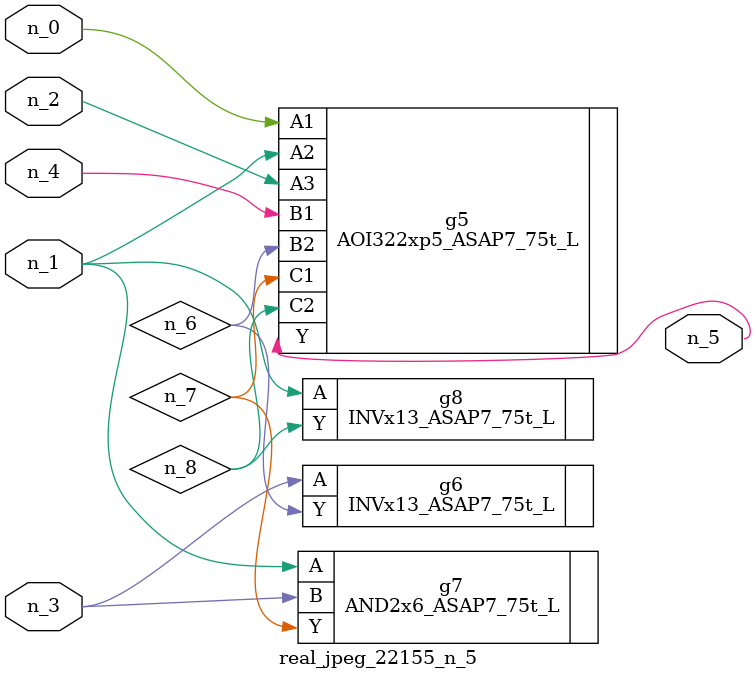
<source format=v>
module real_jpeg_22155_n_5 (n_4, n_0, n_1, n_2, n_3, n_5);

input n_4;
input n_0;
input n_1;
input n_2;
input n_3;

output n_5;

wire n_8;
wire n_6;
wire n_7;

AOI322xp5_ASAP7_75t_L g5 ( 
.A1(n_0),
.A2(n_1),
.A3(n_2),
.B1(n_4),
.B2(n_6),
.C1(n_7),
.C2(n_8),
.Y(n_5)
);

AND2x6_ASAP7_75t_L g7 ( 
.A(n_1),
.B(n_3),
.Y(n_7)
);

INVx13_ASAP7_75t_L g8 ( 
.A(n_1),
.Y(n_8)
);

INVx13_ASAP7_75t_L g6 ( 
.A(n_3),
.Y(n_6)
);


endmodule
</source>
